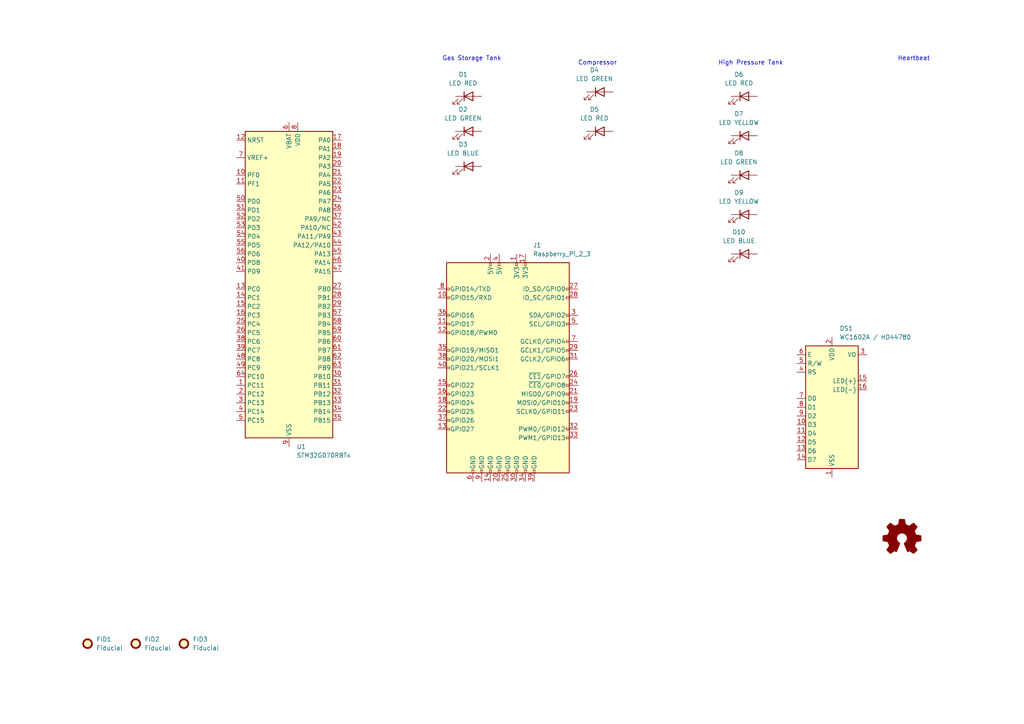
<source format=kicad_sch>
(kicad_sch (version 20230121) (generator eeschema)
  (paper "A4")
  (lib_symbols
    (symbol "Connector:Raspberry_Pi_2_3" (pin_names (offset 1.016))
      (property "Reference" "J" (at -17.78 31.75 0))
      (property "Value" "Raspberry_Pi_2_3" (at 10.16 -31.75 0))
      (symbol "Raspberry_Pi_2_3_0_1"
        (rectangle (start -17.78 30.48) (end 17.78 -30.48) (stroke (width 0.254)) (fill (type background)))
      )
      (symbol "Raspberry_Pi_2_3_1_1"
        (rectangle (start -16.891 -17.526) (end -17.78 -18.034))
        (rectangle (start -16.891 -14.986) (end -17.78 -15.494))
        (rectangle (start -16.891 -12.446) (end -17.78 -12.954))
        (rectangle (start -16.891 -9.906) (end -17.78 -10.414))
        (rectangle (start -16.891 -7.366) (end -17.78 -7.874))
        (rectangle (start -16.891 -4.826) (end -17.78 -5.334))
        (rectangle (start -16.891 0.254) (end -17.78 -0.254))
        (rectangle (start -16.891 2.794) (end -17.78 2.286))
        (rectangle (start -16.891 5.334) (end -17.78 4.826))
        (rectangle (start -16.891 10.414) (end -17.78 9.906))
        (rectangle (start -16.891 12.954) (end -17.78 12.446))
        (rectangle (start -16.891 15.494) (end -17.78 14.986))
        (rectangle (start -16.891 20.574) (end -17.78 20.066))
        (rectangle (start -16.891 23.114) (end -17.78 22.606))
        (rectangle (start -10.414 -29.591) (end -9.906 -30.48))
        (rectangle (start -7.874 -29.591) (end -7.366 -30.48))
        (rectangle (start -5.334 -29.591) (end -4.826 -30.48))
        (rectangle (start -5.334 30.48) (end -4.826 29.591))
        (rectangle (start -2.794 -29.591) (end -2.286 -30.48))
        (rectangle (start -2.794 30.48) (end -2.286 29.591))
        (rectangle (start -0.254 -29.591) (end 0.254 -30.48))
        (rectangle (start 2.286 -29.591) (end 2.794 -30.48))
        (rectangle (start 2.286 30.48) (end 2.794 29.591))
        (rectangle (start 4.826 -29.591) (end 5.334 -30.48))
        (rectangle (start 4.826 30.48) (end 5.334 29.591))
        (rectangle (start 7.366 -29.591) (end 7.874 -30.48))
        (rectangle (start 17.78 -20.066) (end 16.891 -20.574))
        (rectangle (start 17.78 -17.526) (end 16.891 -18.034))
        (rectangle (start 17.78 -12.446) (end 16.891 -12.954))
        (rectangle (start 17.78 -9.906) (end 16.891 -10.414))
        (rectangle (start 17.78 -7.366) (end 16.891 -7.874))
        (rectangle (start 17.78 -4.826) (end 16.891 -5.334))
        (rectangle (start 17.78 -2.286) (end 16.891 -2.794))
        (rectangle (start 17.78 2.794) (end 16.891 2.286))
        (rectangle (start 17.78 5.334) (end 16.891 4.826))
        (rectangle (start 17.78 7.874) (end 16.891 7.366))
        (rectangle (start 17.78 12.954) (end 16.891 12.446))
        (rectangle (start 17.78 15.494) (end 16.891 14.986))
        (rectangle (start 17.78 20.574) (end 16.891 20.066))
        (rectangle (start 17.78 23.114) (end 16.891 22.606))
        (pin power_in line (at 2.54 33.02 270) (length 2.54) (name "3V3") (number "1"))
        (pin bidirectional line (at -20.32 20.32 0) (length 2.54) (name "GPIO15/RXD") (number "10"))
        (pin bidirectional line (at -20.32 12.7 0) (length 2.54) (name "GPIO17") (number "11"))
        (pin bidirectional line (at -20.32 10.16 0) (length 2.54) (name "GPIO18/PWM0") (number "12"))
        (pin bidirectional line (at -20.32 -17.78 0) (length 2.54) (name "GPIO27") (number "13"))
        (pin power_in line (at -5.08 -33.02 90) (length 2.54) (name "GND") (number "14"))
        (pin bidirectional line (at -20.32 -5.08 0) (length 2.54) (name "GPIO22") (number "15"))
        (pin bidirectional line (at -20.32 -7.62 0) (length 2.54) (name "GPIO23") (number "16"))
        (pin power_in line (at 5.08 33.02 270) (length 2.54) (name "3V3") (number "17"))
        (pin bidirectional line (at -20.32 -10.16 0) (length 2.54) (name "GPIO24") (number "18"))
        (pin bidirectional line (at 20.32 -10.16 180) (length 2.54) (name "MOSI0/GPIO10") (number "19"))
        (pin power_in line (at -5.08 33.02 270) (length 2.54) (name "5V") (number "2"))
        (pin power_in line (at -2.54 -33.02 90) (length 2.54) (name "GND") (number "20"))
        (pin bidirectional line (at 20.32 -7.62 180) (length 2.54) (name "MISO0/GPIO9") (number "21"))
        (pin bidirectional line (at -20.32 -12.7 0) (length 2.54) (name "GPIO25") (number "22"))
        (pin bidirectional line (at 20.32 -12.7 180) (length 2.54) (name "SCLK0/GPIO11") (number "23"))
        (pin bidirectional line (at 20.32 -5.08 180) (length 2.54) (name "~{CE0}/GPIO8") (number "24"))
        (pin power_in line (at 0 -33.02 90) (length 2.54) (name "GND") (number "25"))
        (pin bidirectional line (at 20.32 -2.54 180) (length 2.54) (name "~{CE1}/GPIO7") (number "26"))
        (pin bidirectional line (at 20.32 22.86 180) (length 2.54) (name "ID_SD/GPIO0") (number "27"))
        (pin bidirectional line (at 20.32 20.32 180) (length 2.54) (name "ID_SC/GPIO1") (number "28"))
        (pin bidirectional line (at 20.32 5.08 180) (length 2.54) (name "GCLK1/GPIO5") (number "29"))
        (pin bidirectional line (at 20.32 15.24 180) (length 2.54) (name "SDA/GPIO2") (number "3"))
        (pin power_in line (at 2.54 -33.02 90) (length 2.54) (name "GND") (number "30"))
        (pin bidirectional line (at 20.32 2.54 180) (length 2.54) (name "GCLK2/GPIO6") (number "31"))
        (pin bidirectional line (at 20.32 -17.78 180) (length 2.54) (name "PWM0/GPIO12") (number "32"))
        (pin bidirectional line (at 20.32 -20.32 180) (length 2.54) (name "PWM1/GPIO13") (number "33"))
        (pin power_in line (at 5.08 -33.02 90) (length 2.54) (name "GND") (number "34"))
        (pin bidirectional line (at -20.32 5.08 0) (length 2.54) (name "GPIO19/MISO1") (number "35"))
        (pin bidirectional line (at -20.32 15.24 0) (length 2.54) (name "GPIO16") (number "36"))
        (pin bidirectional line (at -20.32 -15.24 0) (length 2.54) (name "GPIO26") (number "37"))
        (pin bidirectional line (at -20.32 2.54 0) (length 2.54) (name "GPIO20/MOSI1") (number "38"))
        (pin power_in line (at 7.62 -33.02 90) (length 2.54) (name "GND") (number "39"))
        (pin power_in line (at -2.54 33.02 270) (length 2.54) (name "5V") (number "4"))
        (pin bidirectional line (at -20.32 0 0) (length 2.54) (name "GPIO21/SCLK1") (number "40"))
        (pin bidirectional line (at 20.32 12.7 180) (length 2.54) (name "SCL/GPIO3") (number "5"))
        (pin power_in line (at -10.16 -33.02 90) (length 2.54) (name "GND") (number "6"))
        (pin bidirectional line (at 20.32 7.62 180) (length 2.54) (name "GCLK0/GPIO4") (number "7"))
        (pin bidirectional line (at -20.32 22.86 0) (length 2.54) (name "GPIO14/TXD") (number "8"))
        (pin power_in line (at -7.62 -33.02 90) (length 2.54) (name "GND") (number "9"))
      )
    )
    (symbol "Device:LED" (pin_numbers hide) (pin_names (offset 1.016) hide)
      (property "Reference" "D" (at 0 2.54 0))
      (property "Value" "LED" (at 0 -2.54 0))
      (symbol "LED_0_1"
        (polyline (pts (xy -1.27 -1.27) (xy -1.27 1.27)) (stroke (width 0.254)))
        (polyline (pts (xy -1.27 0) (xy 1.27 0)))
        (polyline (pts (xy 1.27 -1.27) (xy 1.27 1.27) (xy -1.27 0) (xy 1.27 -1.27)) (stroke (width 0.254)))
        (polyline (pts (xy -3.048 -0.762) (xy -4.572 -2.286) (xy -3.81 -2.286) (xy -4.572 -2.286) (xy -4.572 -1.524)))
        (polyline (pts (xy -1.778 -0.762) (xy -3.302 -2.286) (xy -2.54 -2.286) (xy -3.302 -2.286) (xy -3.302 -1.524)))
      )
      (symbol "LED_1_1"
        (pin passive line (at -3.81 0 0) (length 2.54) (name "K") (number "1"))
        (pin passive line (at 3.81 0 180) (length 2.54) (name "A") (number "2"))
      )
    )
    (symbol "Display_Character:WC1602A"
      (property "Reference" "DS" (at -5.842 19.05 0))
      (property "Value" "WC1602A" (at 5.334 19.05 0))
      (symbol "WC1602A_1_1"
        (rectangle (start -7.62 17.78) (end 7.62 -17.78) (stroke (width 0.254)) (fill (type background)))
        (pin power_in line (at 0 -20.32 90) (length 2.54) (name "VSS") (number "1"))
        (pin input line (at -10.16 -5.08 0) (length 2.54) (name "D3") (number "10"))
        (pin input line (at -10.16 -7.62 0) (length 2.54) (name "D4") (number "11"))
        (pin input line (at -10.16 -10.16 0) (length 2.54) (name "D5") (number "12"))
        (pin input line (at -10.16 -12.7 0) (length 2.54) (name "D6") (number "13"))
        (pin input line (at -10.16 -15.24 0) (length 2.54) (name "D7") (number "14"))
        (pin power_in line (at 10.16 7.62 180) (length 2.54) (name "LED(+)") (number "15"))
        (pin power_in line (at 10.16 5.08 180) (length 2.54) (name "LED(-)") (number "16"))
        (pin power_in line (at 0 20.32 270) (length 2.54) (name "VDD") (number "2"))
        (pin input line (at 10.16 15.24 180) (length 2.54) (name "VO") (number "3"))
        (pin input line (at -10.16 10.16 0) (length 2.54) (name "RS") (number "4"))
        (pin input line (at -10.16 12.7 0) (length 2.54) (name "R/W") (number "5"))
        (pin input line (at -10.16 15.24 0) (length 2.54) (name "E") (number "6"))
        (pin input line (at -10.16 2.54 0) (length 2.54) (name "D0") (number "7"))
        (pin input line (at -10.16 0 0) (length 2.54) (name "D1") (number "8"))
        (pin input line (at -10.16 -2.54 0) (length 2.54) (name "D2") (number "9"))
      )
    )
    (symbol "Graphic:Logo_Open_Hardware_Small" (in_bom no) (on_board no)
      (symbol "Logo_Open_Hardware_Small_0_1"
        (polyline (pts (xy 3.3528 -4.3434) (xy 3.302 -4.318) (xy 3.175 -4.2418) (xy 2.9972 -4.1148) (xy 2.7686 -3.9624) (xy 2.54 -3.81) (xy 2.3622 -3.7084) (xy 2.2352 -3.6068) (xy 2.1844 -3.5814) (xy 2.159 -3.6068) (xy 2.0574 -3.6576) (xy 1.905 -3.7338) (xy 1.8034 -3.7846) (xy 1.6764 -3.8354) (xy 1.6002 -3.8354) (xy 1.6002 -3.8354) (xy 1.5494 -3.7338) (xy 1.4732 -3.5306) (xy 1.3462 -3.302) (xy 1.2446 -3.0226) (xy 1.1176 -2.7178) (xy 0.9652 -2.413) (xy 0.8636 -2.1082) (xy 0.7366 -1.8288) (xy 0.6604 -1.6256) (xy 0.6096 -1.4732) (xy 0.5842 -1.397) (xy 0.5842 -1.397) (xy 0.6604 -1.3208) (xy 0.7874 -1.2446) (xy 1.0414 -1.016) (xy 1.2954 -0.6858) (xy 1.4478 -0.3302) (xy 1.524 0.0762) (xy 1.4732 0.4572) (xy 1.3208 0.8128) (xy 1.0668 1.143) (xy 0.762 1.3716) (xy 0.4064 1.524) (xy 0 1.5748) (xy -0.381 1.5494) (xy -0.7366 1.397) (xy -1.0668 1.143) (xy -1.2192 0.9906) (xy -1.397 0.6604) (xy -1.524 0.3048) (xy -1.524 0.2286) (xy -1.4986 -0.1778) (xy -1.397 -0.5334) (xy -1.1938 -0.8636) (xy -0.9144 -1.143) (xy -0.8636 -1.1684) (xy -0.7366 -1.27) (xy -0.635 -1.3462) (xy -0.5842 -1.397) (xy -1.0668 -2.5908) (xy -1.143 -2.794) (xy -1.2954 -3.1242) (xy -1.397 -3.4036) (xy -1.4986 -3.6322) (xy -1.5748 -3.7846) (xy -1.6002 -3.8354) (xy -1.6002 -3.8354) (xy -1.651 -3.8354) (xy -1.7272 -3.81) (xy -1.905 -3.7338) (xy -2.0066 -3.683) (xy -2.1336 -3.6068) (xy -2.2098 -3.5814) (xy -2.2606 -3.6068) (xy -2.3622 -3.683) (xy -2.54 -3.81) (xy -2.7686 -3.9624) (xy -2.9718 -4.0894) (xy -3.1496 -4.2164) (xy -3.302 -4.318) (xy -3.3528 -4.3434) (xy -3.3782 -4.3434) (xy -3.429 -4.318) (xy -3.5306 -4.2164) (xy -3.7084 -4.064) (xy -3.937 -3.8354) (xy -3.9624 -3.81) (xy -4.1656 -3.6068) (xy -4.318 -3.4544) (xy -4.4196 -3.3274) (xy -4.445 -3.2766) (xy -4.445 -3.2766) (xy -4.4196 -3.2258) (xy -4.318 -3.0734) (xy -4.2164 -2.8956) (xy -4.064 -2.667) (xy -3.6576 -2.0828) (xy -3.8862 -1.5494) (xy -3.937 -1.3716) (xy -4.0386 -1.1684) (xy -4.0894 -1.0414) (xy -4.1148 -0.9652) (xy -4.191 -0.9398) (xy -4.318 -0.9144) (xy -4.5466 -0.8636) (xy -4.8006 -0.8128) (xy -5.0546 -0.7874) (xy -5.2578 -0.7366) (xy -5.4356 -0.7112) (xy -5.5118 -0.6858) (xy -5.5118 -0.6858) (xy -5.5372 -0.635) (xy -5.5372 -0.5588) (xy -5.5372 -0.4318) (xy -5.5626 -0.2286) (xy -5.5626 0.0762) (xy -5.5626 0.127) (xy -5.5372 0.4064) (xy -5.5372 0.635) (xy -5.5372 0.762) (xy -5.5372 0.8382) (xy -5.5372 0.8382) (xy -5.461 0.8382) (xy -5.3086 0.889) (xy -5.08 0.9144) (xy -4.826 0.9652) (xy -4.8006 0.9906) (xy -4.5466 1.0414) (xy -4.318 1.0668) (xy -4.1656 1.1176) (xy -4.0894 1.143) (xy -4.0894 1.143) (xy -4.0386 1.2446) (xy -3.9624 1.4224) (xy -3.8608 1.6256) (xy -3.7846 1.8288) (xy -3.7084 2.0066) (xy -3.6576 2.159) (xy -3.6322 2.2098) (xy -3.6322 2.2098) (xy -3.683 2.286) (xy -3.7592 2.413) (xy -3.8862 2.5908) (xy -4.064 2.8194) (xy -4.064 2.8448) (xy -4.2164 3.0734) (xy -4.3434 3.2512) (xy -4.4196 3.3782) (xy -4.445 3.4544) (xy -4.445 3.4544) (xy -4.3942 3.5052) (xy -4.2926 3.6322) (xy -4.1148 3.81) (xy -3.937 4.0132) (xy -3.8608 4.064) (xy -3.6576 4.2926) (xy -3.5052 4.4196) (xy -3.4036 4.4958) (xy -3.3528 4.5212) (xy -3.3528 4.5212) (xy -3.302 4.4704) (xy -3.1496 4.3688) (xy -2.9718 4.2418) (xy -2.7432 4.0894) (xy -2.7178 4.0894) (xy -2.4892 3.937) (xy -2.3114 3.81) (xy -2.1844 3.7084) (xy -2.1336 3.683) (xy -2.1082 3.683) (xy -2.032 3.7084) (xy -1.8542 3.7592) (xy -1.6764 3.8354) (xy -1.4732 3.937) (xy -1.27 4.0132) (xy -1.143 4.064) (xy -1.0668 4.1148) (xy -1.0668 4.1148) (xy -1.0414 4.191) (xy -1.016 4.3434) (xy -0.9652 4.572) (xy -0.9144 4.8514) (xy -0.889 4.9022) (xy -0.8382 5.1562) (xy -0.8128 5.3848) (xy -0.7874 5.5372) (xy -0.762 5.588) (xy -0.7112 5.6134) (xy -0.5842 5.6134) (xy -0.4064 5.6134) (xy -0.1524 5.6134) (xy 0.0762 5.6134) (xy 0.3302 5.6134) (xy 0.5334 5.6134) (xy 0.6858 5.588) (xy 0.7366 5.588) (xy 0.7366 5.588) (xy 0.762 5.5118) (xy 0.8128 5.334) (xy 0.8382 5.1054) (xy 0.9144 4.826) (xy 0.9144 4.7752) (xy 0.9652 4.5212) (xy 1.016 4.2926) (xy 1.0414 4.1402) (xy 1.0668 4.0894) (xy 1.0668 4.0894) (xy 1.1938 4.0386) (xy 1.3716 3.9624) (xy 1.5748 3.8608) (xy 2.0828 3.6576) (xy 2.7178 4.0894) (xy 2.7686 4.1402) (xy 2.9972 4.2926) (xy 3.175 4.4196) (xy 3.302 4.4958) (xy 3.3782 4.5212) (xy 3.3782 4.5212) (xy 3.429 4.4704) (xy 3.556 4.3434) (xy 3.7338 4.191) (xy 3.9116 3.9878) (xy 4.064 3.8354) (xy 4.2418 3.6576) (xy 4.3434 3.556) (xy 4.4196 3.4798) (xy 4.4196 3.429) (xy 4.4196 3.4036) (xy 4.3942 3.3274) (xy 4.2926 3.2004) (xy 4.1656 2.9972) (xy 4.0132 2.794) (xy 3.8862 2.5908) (xy 3.7592 2.3876) (xy 3.6576 2.2352) (xy 3.6322 2.159) (xy 3.6322 2.1336) (xy 3.683 2.0066) (xy 3.7592 1.8288) (xy 3.8608 1.6002) (xy 4.064 1.1176) (xy 4.3942 1.0414) (xy 4.5974 1.016) (xy 4.8768 0.9652) (xy 5.1308 0.9144) (xy 5.5372 0.8382) (xy 5.5626 -0.6604) (xy 5.4864 -0.6858) (xy 5.4356 -0.6858) (xy 5.2832 -0.7366) (xy 5.0546 -0.762) (xy 4.8006 -0.8128) (xy 4.5974 -0.8636) (xy 4.3688 -0.9144) (xy 4.2164 -0.9398) (xy 4.1402 -0.9398) (xy 4.1148 -0.9652) (xy 4.064 -1.0668) (xy 3.9878 -1.2446) (xy 3.9116 -1.4478) (xy 3.81 -1.651) (xy 3.7338 -1.8542) (xy 3.683 -2.0066) (xy 3.6576 -2.0828) (xy 3.683 -2.1336) (xy 3.7846 -2.2606) (xy 3.8862 -2.4638) (xy 4.0386 -2.667) (xy 4.191 -2.8956) (xy 4.318 -3.0734) (xy 4.3942 -3.2004) (xy 4.445 -3.2766) (xy 4.4196 -3.3274) (xy 4.3434 -3.429) (xy 4.1656 -3.5814) (xy 3.937 -3.8354) (xy 3.8862 -3.8608) (xy 3.683 -4.064) (xy 3.5306 -4.2164) (xy 3.4036 -4.318) (xy 3.3528 -4.3434)) (fill (type outline)))
      )
    )
    (symbol "MCU_ST_STM32G0:STM32G070RBTx"
      (property "Reference" "U" (at -12.7 46.99 0))
      (property "Value" "STM32G070RBTx" (at 5.08 46.99 0))
      (symbol "STM32G070RBTx_0_1"
        (rectangle (start -12.7 -43.18) (end 12.7 45.72) (stroke (width 0.254)) (fill (type background)))
      )
      (symbol "STM32G070RBTx_1_1"
        (pin bidirectional line (at -15.24 -27.94 0) (length 2.54) (name "PC11") (number "1"))
        (pin bidirectional line (at -15.24 33.02 0) (length 2.54) (name "PF0") (number "10"))
        (pin bidirectional line (at -15.24 30.48 0) (length 2.54) (name "PF1") (number "11"))
        (pin input line (at -15.24 43.18 0) (length 2.54) (name "NRST") (number "12"))
        (pin bidirectional line (at -15.24 0 0) (length 2.54) (name "PC0") (number "13"))
        (pin bidirectional line (at -15.24 -2.54 0) (length 2.54) (name "PC1") (number "14"))
        (pin bidirectional line (at -15.24 -5.08 0) (length 2.54) (name "PC2") (number "15"))
        (pin bidirectional line (at -15.24 -7.62 0) (length 2.54) (name "PC3") (number "16"))
        (pin bidirectional line (at 15.24 43.18 180) (length 2.54) (name "PA0") (number "17"))
        (pin bidirectional line (at 15.24 40.64 180) (length 2.54) (name "PA1") (number "18"))
        (pin bidirectional line (at 15.24 38.1 180) (length 2.54) (name "PA2") (number "19"))
        (pin bidirectional line (at -15.24 -30.48 0) (length 2.54) (name "PC12") (number "2"))
        (pin bidirectional line (at 15.24 35.56 180) (length 2.54) (name "PA3") (number "20"))
        (pin bidirectional line (at 15.24 33.02 180) (length 2.54) (name "PA4") (number "21"))
        (pin bidirectional line (at 15.24 30.48 180) (length 2.54) (name "PA5") (number "22"))
        (pin bidirectional line (at 15.24 27.94 180) (length 2.54) (name "PA6") (number "23"))
        (pin bidirectional line (at 15.24 25.4 180) (length 2.54) (name "PA7") (number "24"))
        (pin bidirectional line (at -15.24 -10.16 0) (length 2.54) (name "PC4") (number "25"))
        (pin bidirectional line (at -15.24 -12.7 0) (length 2.54) (name "PC5") (number "26"))
        (pin bidirectional line (at 15.24 0 180) (length 2.54) (name "PB0") (number "27"))
        (pin bidirectional line (at 15.24 -2.54 180) (length 2.54) (name "PB1") (number "28"))
        (pin bidirectional line (at 15.24 -5.08 180) (length 2.54) (name "PB2") (number "29"))
        (pin bidirectional line (at -15.24 -33.02 0) (length 2.54) (name "PC13") (number "3"))
        (pin bidirectional line (at 15.24 -25.4 180) (length 2.54) (name "PB10") (number "30"))
        (pin bidirectional line (at 15.24 -27.94 180) (length 2.54) (name "PB11") (number "31"))
        (pin bidirectional line (at 15.24 -30.48 180) (length 2.54) (name "PB12") (number "32"))
        (pin bidirectional line (at 15.24 -33.02 180) (length 2.54) (name "PB13") (number "33"))
        (pin bidirectional line (at 15.24 -35.56 180) (length 2.54) (name "PB14") (number "34"))
        (pin bidirectional line (at 15.24 -38.1 180) (length 2.54) (name "PB15") (number "35"))
        (pin bidirectional line (at 15.24 22.86 180) (length 2.54) (name "PA8") (number "36"))
        (pin bidirectional line (at 15.24 20.32 180) (length 2.54) (name "PA9/NC") (number "37"))
        (pin bidirectional line (at -15.24 -15.24 0) (length 2.54) (name "PC6") (number "38"))
        (pin bidirectional line (at -15.24 -17.78 0) (length 2.54) (name "PC7") (number "39"))
        (pin bidirectional line (at -15.24 -35.56 0) (length 2.54) (name "PC14") (number "4"))
        (pin bidirectional line (at -15.24 7.62 0) (length 2.54) (name "PD8") (number "40"))
        (pin bidirectional line (at -15.24 5.08 0) (length 2.54) (name "PD9") (number "41"))
        (pin bidirectional line (at 15.24 17.78 180) (length 2.54) (name "PA10/NC") (number "42"))
        (pin bidirectional line (at 15.24 15.24 180) (length 2.54) (name "PA11/PA9") (number "43"))
        (pin bidirectional line (at 15.24 12.7 180) (length 2.54) (name "PA12/PA10") (number "44"))
        (pin bidirectional line (at 15.24 10.16 180) (length 2.54) (name "PA13") (number "45"))
        (pin bidirectional line (at 15.24 7.62 180) (length 2.54) (name "PA14") (number "46"))
        (pin bidirectional line (at 15.24 5.08 180) (length 2.54) (name "PA15") (number "47"))
        (pin bidirectional line (at -15.24 -20.32 0) (length 2.54) (name "PC8") (number "48"))
        (pin bidirectional line (at -15.24 -22.86 0) (length 2.54) (name "PC9") (number "49"))
        (pin bidirectional line (at -15.24 -38.1 0) (length 2.54) (name "PC15") (number "5"))
        (pin bidirectional line (at -15.24 25.4 0) (length 2.54) (name "PD0") (number "50"))
        (pin bidirectional line (at -15.24 22.86 0) (length 2.54) (name "PD1") (number "51"))
        (pin bidirectional line (at -15.24 20.32 0) (length 2.54) (name "PD2") (number "52"))
        (pin bidirectional line (at -15.24 17.78 0) (length 2.54) (name "PD3") (number "53"))
        (pin bidirectional line (at -15.24 15.24 0) (length 2.54) (name "PD4") (number "54"))
        (pin bidirectional line (at -15.24 12.7 0) (length 2.54) (name "PD5") (number "55"))
        (pin bidirectional line (at -15.24 10.16 0) (length 2.54) (name "PD6") (number "56"))
        (pin bidirectional line (at 15.24 -7.62 180) (length 2.54) (name "PB3") (number "57"))
        (pin bidirectional line (at 15.24 -10.16 180) (length 2.54) (name "PB4") (number "58"))
        (pin bidirectional line (at 15.24 -12.7 180) (length 2.54) (name "PB5") (number "59"))
        (pin power_in line (at 0 48.26 270) (length 2.54) (name "VBAT") (number "6"))
        (pin bidirectional line (at 15.24 -15.24 180) (length 2.54) (name "PB6") (number "60"))
        (pin bidirectional line (at 15.24 -17.78 180) (length 2.54) (name "PB7") (number "61"))
        (pin bidirectional line (at 15.24 -20.32 180) (length 2.54) (name "PB8") (number "62"))
        (pin bidirectional line (at 15.24 -22.86 180) (length 2.54) (name "PB9") (number "63"))
        (pin bidirectional line (at -15.24 -25.4 0) (length 2.54) (name "PC10") (number "64"))
        (pin input line (at -15.24 38.1 0) (length 2.54) (name "VREF+") (number "7"))
        (pin power_in line (at 2.54 48.26 270) (length 2.54) (name "VDD") (number "8"))
        (pin power_in line (at 0 -45.72 90) (length 2.54) (name "VSS") (number "9"))
      )
    )
    (symbol "Mechanical:Fiducial"
      (property "Reference" "FID" (at 0 5.08 0))
      (property "Value" "Fiducial" (at 0 3.175 0))
      (symbol "Fiducial_0_1"
        (circle (center 0 0) (radius 1.27) (stroke (width 0.508)) (fill (type background)))
      )
    )
  )
  (text "Gas Storage Tank" (at 128.27 17.78 0) (effects (font (size 1.27 1.27)) (justify left bottom)))
  (text "High Pressure Tank" (at 208.28 19.05 0) (effects (font (size 1.27 1.27)) (justify left bottom)))
  (text "Heartbeat" (at 260.35 17.78 0) (effects (font (size 1.27 1.27)) (justify left bottom)))
  (text "Compressor" (at 167.64 19.05 0) (effects (font (size 1.27 1.27)) (justify left bottom)))
  (symbol (lib_id "Device:LED") (at 173.99 38.1 0) (unit 1)
    (property "Reference" "D5" (at 172.4025 31.75 0))
    (property "Value" "LED RED" (at 172.4025 34.29 0))
    (property "Footprint" "LED_SMD:LED_1210_3225Metric_Pad1.42x2.65mm_HandSolder" (effects hide))
  )
  (symbol (lib_id "Graphic:Logo_Open_Hardware_Small") (at 261.62 156.21 0) (unit 1) (in_bom no)
    (property "Reference" "#SYM1" (effects hide))
    (property "Value" "Logo_Open_Hardware_Small" (effects hide))
    (property "Footprint" "Symbol:OSHW-Logo_5.7x6mm_SilkScreen" (effects hide))
    (property "Sim.Enable" "0" (effects hide))
  )
  (symbol (lib_id "Device:LED") (at 135.89 38.1 0) (unit 1)
    (property "Reference" "D2" (at 134.3025 31.75 0))
    (property "Value" "LED GREEN" (at 134.3025 34.29 0))
    (property "Footprint" "LED_SMD:LED_1210_3225Metric_Pad1.42x2.65mm_HandSolder" (effects hide))
  )
  (symbol (lib_id "Device:LED") (at 135.89 48.26 0) (unit 1)
    (property "Reference" "D3" (at 134.3025 41.91 0))
    (property "Value" "LED BLUE" (at 134.3025 44.45 0))
    (property "Footprint" "LED_SMD:LED_1210_3225Metric_Pad1.42x2.65mm_HandSolder" (effects hide))
  )
  (symbol (lib_id "Device:LED") (at 215.9 39.37 0) (unit 1)
    (property "Reference" "D7" (at 214.3125 33.02 0))
    (property "Value" "LED YELLOW" (at 214.3125 35.56 0))
    (property "Footprint" "LED_SMD:LED_1210_3225Metric_Pad1.42x2.65mm_HandSolder" (effects hide))
  )
  (symbol (lib_id "Mechanical:Fiducial") (at 25.4 186.69 0) (unit 1)
    (property "Reference" "FID1" (at 27.94 185.42 0) (effects (justify left)))
    (property "Value" "Fiducial" (at 27.94 187.96 0) (effects (justify left)))
    (property "Footprint" "Fiducial:Fiducial_1mm_Mask2mm" (effects hide))
  )
  (symbol (lib_id "Display_Character:WC1602A") (at 241.3 118.11 0) (unit 1)
    (property "Reference" "DS1" (at 243.4941 95.25 0) (effects (justify left)))
    (property "Value" "WC1602A / HD44780" (at 243.4941 97.79 0) (effects (justify left)))
    (property "Footprint" "Display:WC1602A" (effects hide))
    (property "Datasheet" "http://www.wincomlcd.com/pdf/WC1602A-SFYLYHTC06.pdf" (effects hide))
  )
  (symbol (lib_id "Device:LED") (at 215.9 27.94 0) (unit 1)
    (property "Reference" "D6" (at 214.3125 21.59 0))
    (property "Value" "LED RED" (at 214.3125 24.13 0))
    (property "Footprint" "LED_SMD:LED_1210_3225Metric_Pad1.42x2.65mm_HandSolder" (effects hide))
  )
  (symbol (lib_id "Device:LED") (at 215.9 62.23 0) (unit 1)
    (property "Reference" "D9" (at 214.3125 55.88 0))
    (property "Value" "LED YELLOW" (at 214.3125 58.42 0))
    (property "Footprint" "LED_SMD:LED_1210_3225Metric_Pad1.42x2.65mm_HandSolder" (effects hide))
  )
  (symbol (lib_id "Device:LED") (at 135.89 27.94 0) (unit 1)
    (property "Reference" "D1" (at 134.3025 21.59 0))
    (property "Value" "LED RED" (at 134.3025 24.13 0))
    (property "Footprint" "LED_SMD:LED_1210_3225Metric_Pad1.42x2.65mm_HandSolder" (effects hide))
  )
  (symbol (lib_id "Device:LED") (at 215.9 50.8 0) (unit 1)
    (property "Reference" "D8" (at 214.3125 44.45 0))
    (property "Value" "LED GREEN" (at 214.3125 46.99 0))
    (property "Footprint" "LED_SMD:LED_1210_3225Metric_Pad1.42x2.65mm_HandSolder" (effects hide))
  )
  (symbol (lib_id "Connector:Raspberry_Pi_2_3") (at 147.32 106.68 0) (unit 1)
    (property "Reference" "J1" (at 154.5941 71.12 0) (effects (justify left)))
    (property "Value" "Raspberry_Pi_2_3" (at 154.5941 73.66 0) (effects (justify left)))
    (property "Footprint" "Connector_PinHeader_2.54mm:PinHeader_2x20_P2.54mm_Vertical" (effects hide))
    (property "Datasheet" "https://www.raspberrypi.org/documentation/hardware/raspberrypi/schematics/rpi_SCH_3bplus_1p0_reduced.pdf" (effects hide))
  )
  (symbol (lib_id "MCU_ST_STM32G0:STM32G070RBTx") (at 83.82 83.82 0) (unit 1)
    (property "Reference" "U1" (at 86.0141 129.54 0) (effects (justify left)))
    (property "Value" "STM32G070RBTx" (at 86.0141 132.08 0) (effects (justify left)))
    (property "Footprint" "Package_QFP:LQFP-64_10x10mm_P0.5mm" (effects hide))
    (property "Datasheet" "https://www.st.com/resource/en/datasheet/stm32g070rb.pdf" (effects hide))
  )
  (symbol (lib_id "Device:LED") (at 173.99 26.67 0) (unit 1)
    (property "Reference" "D4" (at 172.4025 20.32 0))
    (property "Value" "LED GREEN" (at 172.4025 22.86 0))
    (property "Footprint" "LED_SMD:LED_1210_3225Metric_Pad1.42x2.65mm_HandSolder" (effects hide))
  )
  (symbol (lib_id "Device:LED") (at 215.9 73.66 0) (unit 1)
    (property "Reference" "D10" (at 214.3125 67.31 0))
    (property "Value" "LED BLUE" (at 214.3125 69.85 0))
    (property "Footprint" "LED_SMD:LED_1210_3225Metric_Pad1.42x2.65mm_HandSolder" (effects hide))
  )
  (symbol (lib_id "Mechanical:Fiducial") (at 53.34 186.69 0) (unit 1)
    (property "Reference" "FID3" (at 55.88 185.42 0) (effects (justify left)))
    (property "Value" "Fiducial" (at 55.88 187.96 0) (effects (justify left)))
    (property "Footprint" "Fiducial:Fiducial_1mm_Mask2mm" (effects hide))
  )
  (symbol (lib_id "Mechanical:Fiducial") (at 39.37 186.69 0) (unit 1)
    (property "Reference" "FID2" (at 41.91 185.42 0) (effects (justify left)))
    (property "Value" "Fiducial" (at 41.91 187.96 0) (effects (justify left)))
    (property "Footprint" "Fiducial:Fiducial_1mm_Mask2mm" (effects hide))
  )
)
</source>
